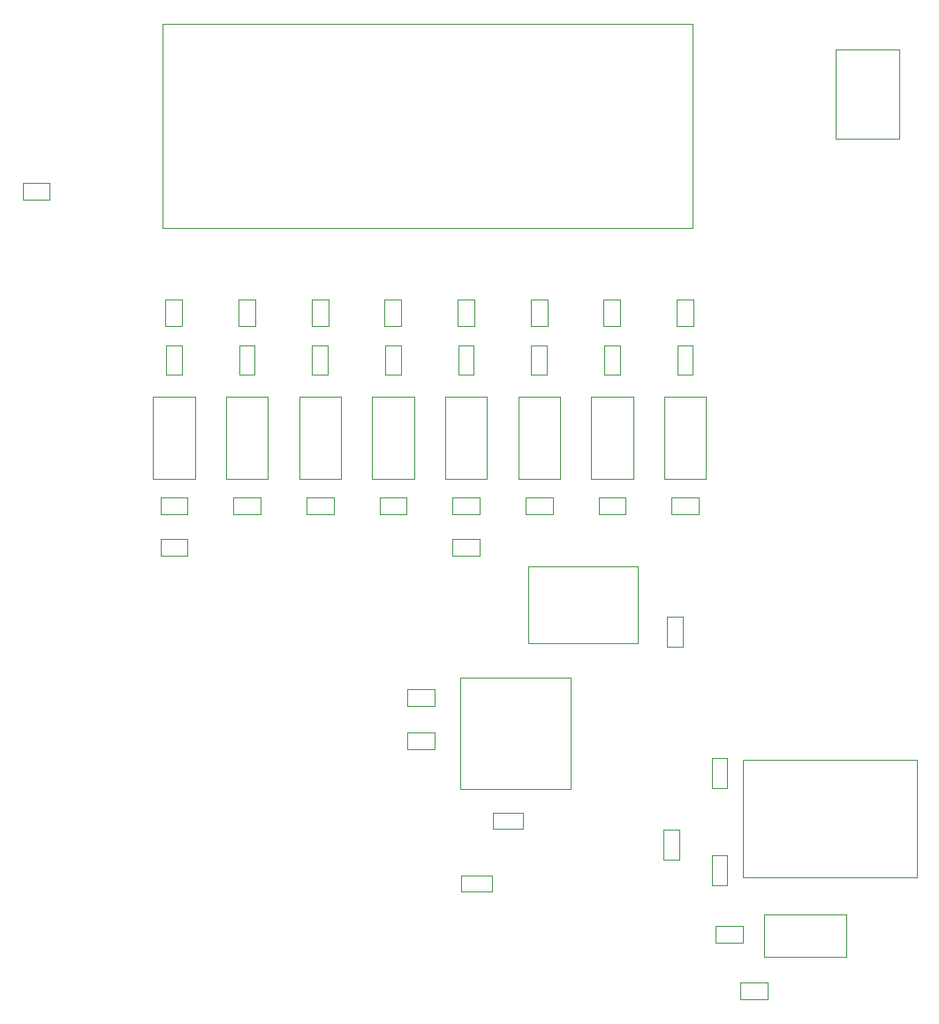
<source format=gbr>
G04 #@! TF.FileFunction,Other,User*
%FSLAX46Y46*%
G04 Gerber Fmt 4.6, Leading zero omitted, Abs format (unit mm)*
G04 Created by KiCad (PCBNEW 4.0.4-stable) date 11/18/16 12:36:53*
%MOMM*%
%LPD*%
G01*
G04 APERTURE LIST*
%ADD10C,0.100000*%
%ADD11C,0.050000*%
G04 APERTURE END LIST*
D10*
D11*
X156750000Y-67650000D02*
X105950000Y-67650000D01*
X156750000Y-48150000D02*
X156750000Y-67650000D01*
X105950000Y-48150000D02*
X156750000Y-48150000D01*
X105950000Y-67650000D02*
X105950000Y-48150000D01*
X140450000Y-125250000D02*
X137550000Y-125250000D01*
X140450000Y-123750000D02*
X137550000Y-123750000D01*
X140450000Y-125250000D02*
X140450000Y-123750000D01*
X137550000Y-125250000D02*
X137550000Y-123750000D01*
X134550000Y-129750000D02*
X137450000Y-129750000D01*
X134550000Y-131250000D02*
X137450000Y-131250000D01*
X134550000Y-129750000D02*
X134550000Y-131250000D01*
X137450000Y-129750000D02*
X137450000Y-131250000D01*
X155450000Y-125350000D02*
X155450000Y-128250000D01*
X153950000Y-125350000D02*
X153950000Y-128250000D01*
X155450000Y-125350000D02*
X153950000Y-125350000D01*
X155450000Y-128250000D02*
X153950000Y-128250000D01*
X160050000Y-118450000D02*
X160050000Y-121350000D01*
X158550000Y-118450000D02*
X158550000Y-121350000D01*
X160050000Y-118450000D02*
X158550000Y-118450000D01*
X160050000Y-121350000D02*
X158550000Y-121350000D01*
X158550000Y-130650000D02*
X158550000Y-127750000D01*
X160050000Y-130650000D02*
X160050000Y-127750000D01*
X158550000Y-130650000D02*
X160050000Y-130650000D01*
X158550000Y-127750000D02*
X160050000Y-127750000D01*
X155750000Y-104950000D02*
X155750000Y-107850000D01*
X154250000Y-104950000D02*
X154250000Y-107850000D01*
X155750000Y-104950000D02*
X154250000Y-104950000D01*
X155750000Y-107850000D02*
X154250000Y-107850000D01*
X155250000Y-78900000D02*
X156750000Y-78900000D01*
X156750000Y-78900000D02*
X156750000Y-81700000D01*
X156750000Y-81700000D02*
X155250000Y-81700000D01*
X155250000Y-81700000D02*
X155250000Y-78900000D01*
X148250000Y-78900000D02*
X149750000Y-78900000D01*
X149750000Y-78900000D02*
X149750000Y-81700000D01*
X149750000Y-81700000D02*
X148250000Y-81700000D01*
X148250000Y-81700000D02*
X148250000Y-78900000D01*
X141250000Y-78900000D02*
X142750000Y-78900000D01*
X142750000Y-78900000D02*
X142750000Y-81700000D01*
X142750000Y-81700000D02*
X141250000Y-81700000D01*
X141250000Y-81700000D02*
X141250000Y-78900000D01*
X134250000Y-78900000D02*
X135750000Y-78900000D01*
X135750000Y-78900000D02*
X135750000Y-81700000D01*
X135750000Y-81700000D02*
X134250000Y-81700000D01*
X134250000Y-81700000D02*
X134250000Y-78900000D01*
X127250000Y-78900000D02*
X128750000Y-78900000D01*
X128750000Y-78900000D02*
X128750000Y-81700000D01*
X128750000Y-81700000D02*
X127250000Y-81700000D01*
X127250000Y-81700000D02*
X127250000Y-78900000D01*
X120250000Y-78900000D02*
X121750000Y-78900000D01*
X121750000Y-78900000D02*
X121750000Y-81700000D01*
X121750000Y-81700000D02*
X120250000Y-81700000D01*
X120250000Y-81700000D02*
X120250000Y-78900000D01*
X113250000Y-78900000D02*
X114750000Y-78900000D01*
X114750000Y-78900000D02*
X114750000Y-81700000D01*
X114750000Y-81700000D02*
X113250000Y-81700000D01*
X113250000Y-81700000D02*
X113250000Y-78900000D01*
X106250000Y-78900000D02*
X107750000Y-78900000D01*
X107750000Y-78900000D02*
X107750000Y-81700000D01*
X107750000Y-81700000D02*
X106250000Y-81700000D01*
X106250000Y-81700000D02*
X106250000Y-78900000D01*
X134400000Y-121400000D02*
X145000000Y-121400000D01*
X134400000Y-110800000D02*
X145000000Y-110800000D01*
X134400000Y-121400000D02*
X134400000Y-110800000D01*
X145000000Y-121400000D02*
X145000000Y-110800000D01*
X170450000Y-50550000D02*
X170450000Y-59150000D01*
X176500000Y-50550000D02*
X176500000Y-59150000D01*
X170450000Y-50550000D02*
X176500000Y-50550000D01*
X170450000Y-59150000D02*
X176500000Y-59150000D01*
X158900000Y-134600000D02*
X161500000Y-134600000D01*
X158900000Y-136200000D02*
X161500000Y-136200000D01*
X158900000Y-134600000D02*
X158900000Y-136200000D01*
X161500000Y-134600000D02*
X161500000Y-136200000D01*
X155200000Y-77100000D02*
X155200000Y-74500000D01*
X156800000Y-77100000D02*
X156800000Y-74500000D01*
X155200000Y-77100000D02*
X156800000Y-77100000D01*
X155200000Y-74500000D02*
X156800000Y-74500000D01*
X92500000Y-63400000D02*
X95100000Y-63400000D01*
X92500000Y-65000000D02*
X95100000Y-65000000D01*
X92500000Y-63400000D02*
X92500000Y-65000000D01*
X95100000Y-63400000D02*
X95100000Y-65000000D01*
X148200000Y-77100000D02*
X148200000Y-74500000D01*
X149800000Y-77100000D02*
X149800000Y-74500000D01*
X148200000Y-77100000D02*
X149800000Y-77100000D01*
X148200000Y-74500000D02*
X149800000Y-74500000D01*
X141200000Y-77100000D02*
X141200000Y-74500000D01*
X142800000Y-77100000D02*
X142800000Y-74500000D01*
X141200000Y-77100000D02*
X142800000Y-77100000D01*
X141200000Y-74500000D02*
X142800000Y-74500000D01*
X134200000Y-77100000D02*
X134200000Y-74500000D01*
X135800000Y-77100000D02*
X135800000Y-74500000D01*
X134200000Y-77100000D02*
X135800000Y-77100000D01*
X134200000Y-74500000D02*
X135800000Y-74500000D01*
X127200000Y-77100000D02*
X127200000Y-74500000D01*
X128800000Y-77100000D02*
X128800000Y-74500000D01*
X127200000Y-77100000D02*
X128800000Y-77100000D01*
X127200000Y-74500000D02*
X128800000Y-74500000D01*
X120200000Y-77100000D02*
X120200000Y-74500000D01*
X121800000Y-77100000D02*
X121800000Y-74500000D01*
X120200000Y-77100000D02*
X121800000Y-77100000D01*
X120200000Y-74500000D02*
X121800000Y-74500000D01*
X113200000Y-77100000D02*
X113200000Y-74500000D01*
X114800000Y-77100000D02*
X114800000Y-74500000D01*
X113200000Y-77100000D02*
X114800000Y-77100000D01*
X113200000Y-74500000D02*
X114800000Y-74500000D01*
X106200000Y-77100000D02*
X106200000Y-74500000D01*
X107800000Y-77100000D02*
X107800000Y-74500000D01*
X106200000Y-77100000D02*
X107800000Y-77100000D01*
X106200000Y-74500000D02*
X107800000Y-74500000D01*
X129300000Y-95100000D02*
X126700000Y-95100000D01*
X129300000Y-93500000D02*
X126700000Y-93500000D01*
X129300000Y-95100000D02*
X129300000Y-93500000D01*
X126700000Y-95100000D02*
X126700000Y-93500000D01*
X122300000Y-95100000D02*
X119700000Y-95100000D01*
X122300000Y-93500000D02*
X119700000Y-93500000D01*
X122300000Y-95100000D02*
X122300000Y-93500000D01*
X119700000Y-95100000D02*
X119700000Y-93500000D01*
X115300000Y-95100000D02*
X112700000Y-95100000D01*
X115300000Y-93500000D02*
X112700000Y-93500000D01*
X115300000Y-95100000D02*
X115300000Y-93500000D01*
X112700000Y-95100000D02*
X112700000Y-93500000D01*
X108300000Y-95100000D02*
X105700000Y-95100000D01*
X108300000Y-93500000D02*
X105700000Y-93500000D01*
X108300000Y-95100000D02*
X108300000Y-93500000D01*
X105700000Y-95100000D02*
X105700000Y-93500000D01*
X105700000Y-97500000D02*
X108300000Y-97500000D01*
X105700000Y-99100000D02*
X108300000Y-99100000D01*
X105700000Y-97500000D02*
X105700000Y-99100000D01*
X108300000Y-97500000D02*
X108300000Y-99100000D01*
X157300000Y-95100000D02*
X154700000Y-95100000D01*
X157300000Y-93500000D02*
X154700000Y-93500000D01*
X157300000Y-95100000D02*
X157300000Y-93500000D01*
X154700000Y-95100000D02*
X154700000Y-93500000D01*
X150300000Y-95100000D02*
X147700000Y-95100000D01*
X150300000Y-93500000D02*
X147700000Y-93500000D01*
X150300000Y-95100000D02*
X150300000Y-93500000D01*
X147700000Y-95100000D02*
X147700000Y-93500000D01*
X143300000Y-95100000D02*
X140700000Y-95100000D01*
X143300000Y-93500000D02*
X140700000Y-93500000D01*
X143300000Y-95100000D02*
X143300000Y-93500000D01*
X140700000Y-95100000D02*
X140700000Y-93500000D01*
X136300000Y-95100000D02*
X133700000Y-95100000D01*
X136300000Y-93500000D02*
X133700000Y-93500000D01*
X136300000Y-95100000D02*
X136300000Y-93500000D01*
X133700000Y-95100000D02*
X133700000Y-93500000D01*
X133700000Y-97500000D02*
X136300000Y-97500000D01*
X133700000Y-99100000D02*
X136300000Y-99100000D01*
X133700000Y-97500000D02*
X133700000Y-99100000D01*
X136300000Y-97500000D02*
X136300000Y-99100000D01*
X161300000Y-140000000D02*
X163900000Y-140000000D01*
X161300000Y-141600000D02*
X163900000Y-141600000D01*
X161300000Y-140000000D02*
X161300000Y-141600000D01*
X163900000Y-140000000D02*
X163900000Y-141600000D01*
X132000000Y-113500000D02*
X129400000Y-113500000D01*
X132000000Y-111900000D02*
X129400000Y-111900000D01*
X132000000Y-113500000D02*
X132000000Y-111900000D01*
X129400000Y-113500000D02*
X129400000Y-111900000D01*
X132000000Y-117600000D02*
X129400000Y-117600000D01*
X132000000Y-116000000D02*
X129400000Y-116000000D01*
X132000000Y-117600000D02*
X132000000Y-116000000D01*
X129400000Y-117600000D02*
X129400000Y-116000000D01*
X171450000Y-137500000D02*
X163550000Y-137500000D01*
X163550000Y-137500000D02*
X163550000Y-133500000D01*
X163550000Y-133500000D02*
X171450000Y-133500000D01*
X171450000Y-133500000D02*
X171450000Y-137500000D01*
X126000000Y-91750000D02*
X126000000Y-83850000D01*
X126000000Y-83850000D02*
X130000000Y-83850000D01*
X130000000Y-83850000D02*
X130000000Y-91750000D01*
X130000000Y-91750000D02*
X126000000Y-91750000D01*
X119000000Y-91750000D02*
X119000000Y-83850000D01*
X119000000Y-83850000D02*
X123000000Y-83850000D01*
X123000000Y-83850000D02*
X123000000Y-91750000D01*
X123000000Y-91750000D02*
X119000000Y-91750000D01*
X112000000Y-91750000D02*
X112000000Y-83850000D01*
X112000000Y-83850000D02*
X116000000Y-83850000D01*
X116000000Y-83850000D02*
X116000000Y-91750000D01*
X116000000Y-91750000D02*
X112000000Y-91750000D01*
X105000000Y-91750000D02*
X105000000Y-83850000D01*
X105000000Y-83850000D02*
X109000000Y-83850000D01*
X109000000Y-83850000D02*
X109000000Y-91750000D01*
X109000000Y-91750000D02*
X105000000Y-91750000D01*
X154000000Y-91750000D02*
X154000000Y-83850000D01*
X154000000Y-83850000D02*
X158000000Y-83850000D01*
X158000000Y-83850000D02*
X158000000Y-91750000D01*
X158000000Y-91750000D02*
X154000000Y-91750000D01*
X147000000Y-91750000D02*
X147000000Y-83850000D01*
X147000000Y-83850000D02*
X151000000Y-83850000D01*
X151000000Y-83850000D02*
X151000000Y-91750000D01*
X151000000Y-91750000D02*
X147000000Y-91750000D01*
X140000000Y-91750000D02*
X140000000Y-83850000D01*
X140000000Y-83850000D02*
X144000000Y-83850000D01*
X144000000Y-83850000D02*
X144000000Y-91750000D01*
X144000000Y-91750000D02*
X140000000Y-91750000D01*
X133000000Y-91750000D02*
X133000000Y-83850000D01*
X133000000Y-83850000D02*
X137000000Y-83850000D01*
X137000000Y-83850000D02*
X137000000Y-91750000D01*
X137000000Y-91750000D02*
X133000000Y-91750000D01*
X178200000Y-129950000D02*
X161550000Y-129950000D01*
X178200000Y-118650000D02*
X178200000Y-129950000D01*
X178200000Y-118650000D02*
X161550000Y-118650000D01*
X161550000Y-118650000D02*
X161550000Y-129950000D01*
X151450000Y-100100000D02*
X140950000Y-100100000D01*
X151450000Y-107500000D02*
X140950000Y-107500000D01*
X151450000Y-100100000D02*
X151450000Y-107500000D01*
X140950000Y-100100000D02*
X140950000Y-107500000D01*
M02*

</source>
